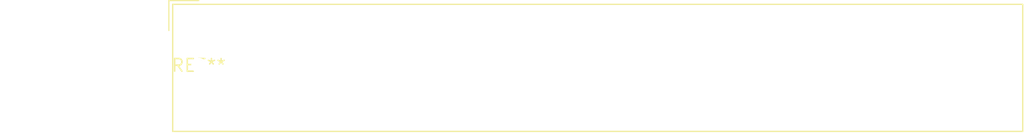
<source format=kicad_pcb>
(kicad_pcb (version 20240108) (generator pcbnew)
  (layers (0 "F.Cu" signal) (31 "B.Cu" signal) (34 "B.Paste" user) (35 "F.Paste" user) (36 "B.SilkS" user "B.Silkscreen") (37 "F.SilkS" user "F.Silkscreen") (38 "B.Mask" user) (39 "F.Mask" user) (44 "Edge.Cuts" user))
  (net 0 "")
  (footprint "Altech_AK300_1x17_P5.00mm_45-Degree" (layer "F.Cu") (at 0 0)
    (property "Reference" "REF**")
    (property "Value" "Altech_AK300_1x17_P5.00mm_45-Degree")
    (fp_line (start -3 -6.5) (end 0 -6.5) (layer "F.SilkS") (stroke (width 0.12)))
    (fp_line (start -3 -3.5) (end -3 -6.5) (layer "F.SilkS") (stroke (width 0.12)))
    (fp_line (start -2.62 -6.12) (end -2.62 6.62) (layer "F.SilkS") (stroke (width 0.12)))
    (fp_line (start -2.62 -6.12) (end -2.62 6.62) (layer "F.SilkS") (stroke (width 0.12)))
    (fp_line (start -2.62 -6.12) (end 82.62 -6.12) (layer "F.SilkS") (stroke (width 0.12)))
    (fp_line (start -2.62 -6.12) (end 82.62 -6.12) (layer "F.SilkS") (stroke (width 0.12)))
    (fp_line (start -2.62 6.62) (end 82.62 6.62) (layer "F.SilkS") (stroke (width 0.12)))
    (fp_line (start -2.62 6.62) (end 82.62 6.62) (layer "F.SilkS") (stroke (width 0.12)))
    (fp_line (start 82.62 -6.12) (end 82.62 6.62) (layer "F.SilkS") (stroke (width 0.12)))
    (fp_line (start 82.62 -6.12) (end 82.62 6.62) (layer "F.SilkS") (stroke (width 0.12)))
    (pad "1" thru_hole rect (at 0 0) (size 3 3) (drill 1.5) (layers *.Cu *.Mask) (remove_unused_layers))
    (pad "2" thru_hole circle (at 5 0) (size 3 3) (drill 1.5) (layers *.Cu *.Mask) (remove_unused_layers))
    (pad "3" thru_hole circle (at 10 0) (size 3 3) (drill 1.5) (layers *.Cu *.Mask) (remove_unused_layers))
    (pad "4" thru_hole circle (at 15 0) (size 3 3) (drill 1.5) (layers *.Cu *.Mask) (remove_unused_layers))
    (pad "5" thru_hole circle (at 20 0) (size 3 3) (drill 1.5) (layers *.Cu *.Mask) (remove_unused_layers))
    (pad "6" thru_hole circle (at 25 0) (size 3 3) (drill 1.5) (layers *.Cu *.Mask) (remove_unused_layers))
    (pad "7" thru_hole circle (at 30 0) (size 3 3) (drill 1.5) (layers *.Cu *.Mask) (remove_unused_layers))
    (pad "8" thru_hole circle (at 35 0) (size 3 3) (drill 1.5) (layers *.Cu *.Mask) (remove_unused_layers))
    (pad "9" thru_hole circle (at 40 0) (size 3 3) (drill 1.5) (layers *.Cu *.Mask) (remove_unused_layers))
    (pad "10" thru_hole circle (at 45 0) (size 3 3) (drill 1.5) (layers *.Cu *.Mask) (remove_unused_layers))
    (pad "11" thru_hole circle (at 50 0) (size 3 3) (drill 1.5) (layers *.Cu *.Mask) (remove_unused_layers))
    (pad "12" thru_hole circle (at 55 0) (size 3 3) (drill 1.5) (layers *.Cu *.Mask) (remove_unused_layers))
    (pad "13" thru_hole circle (at 60 0) (size 3 3) (drill 1.5) (layers *.Cu *.Mask) (remove_unused_layers))
    (pad "14" thru_hole circle (at 65 0) (size 3 3) (drill 1.5) (layers *.Cu *.Mask) (remove_unused_layers))
    (pad "15" thru_hole circle (at 70 0) (size 3 3) (drill 1.5) (layers *.Cu *.Mask) (remove_unused_layers))
    (pad "16" thru_hole circle (at 75 0) (size 3 3) (drill 1.5) (layers *.Cu *.Mask) (remove_unused_layers))
    (pad "17" thru_hole circle (at 80 0) (size 3 3) (drill 1.5) (layers *.Cu *.Mask) (remove_unused_layers))
  )
)
</source>
